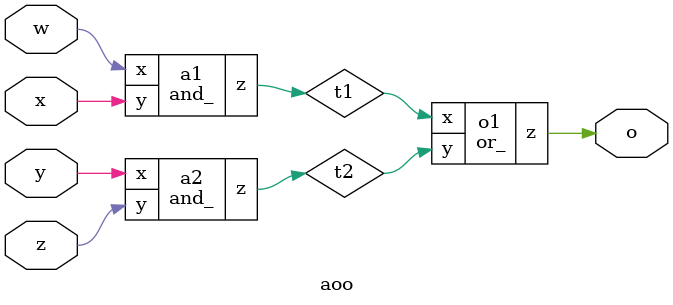
<source format=v>
module and_(x,y,z);
  input wire x,y;
  output wire z;

  assign z = x & y;
endmodule

module or_(x,y,z);
  input wire x,y;
  output wire z;

  assign z = x & y;
endmodule

module aoo(w,x,y,z,o);
  input wire w,x,y,z;
  output wire o;
  wire t1,t2;

  and_ a1(w,x,t1), a2(y,z,t2);
  or_  o1(t1,t2,o);
endmodule

</source>
